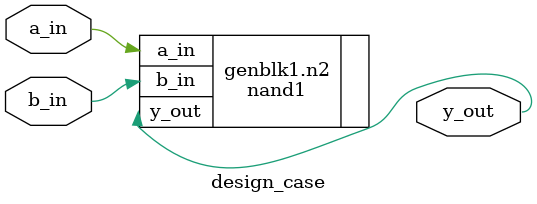
<source format=v>
module design_case (
  input a_in, b_in, 
  output y_out
  );
  
  parameter sel=1;
  
  generate 
    case(sel)
     1'b1: nand1 n2(.a_in(a_in), .b_in(b_in), .y_out(y_out));
     1'b0: nor1 n2(.a_in(a_in), .b_in(b_in), .y_out(y_out));
     endcase
  endgenerate
endmodule

</source>
